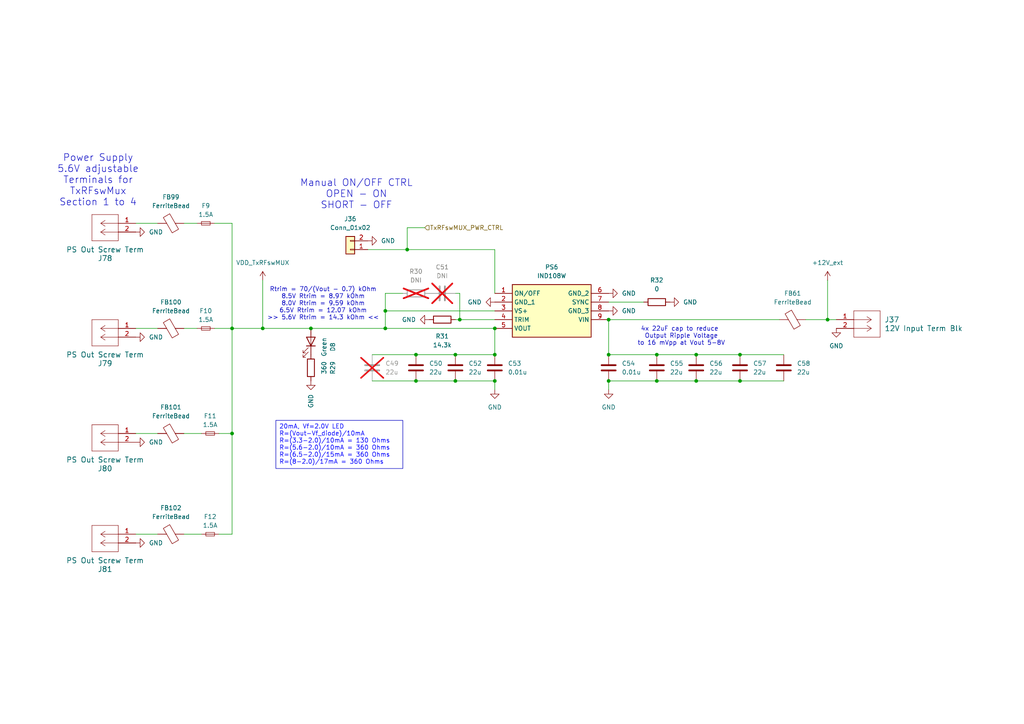
<source format=kicad_sch>
(kicad_sch (version 20231120) (generator "eeschema") (generator_version "8.0")
  (paper "A4")
  (title_block (title "PWR SPLY for TxRFswMUX") (date "2024-04-04") (rev "1.0"))
  (lib_symbols
    (symbol "BCRL_power_supply:IND108W"
      (property "Reference" "PS" (at 29.21 7.62 0))
      (property "Value" "IND108W" (at 29.21 5.08 0))
      (symbol "IND108W_1_1"
        (rectangle (start 5.08 2.54) (end 27.94 -12.7) (stroke (width 0.254)) (fill (type background)))
        (pin passive line (at 0 0 0) (length 5.08) (name "ON/OFF") (number "1"))
        (pin passive line (at 0 -2.54 0) (length 5.08) (name "GND_1") (number "2"))
        (pin passive line (at 0 -5.08 0) (length 5.08) (name "VS+") (number "3"))
        (pin passive line (at 0 -7.62 0) (length 5.08) (name "TRIM") (number "4"))
        (pin passive line (at 0 -10.16 0) (length 5.08) (name "VOUT") (number "5"))
        (pin passive line (at 33.02 0 180) (length 5.08) (name "GND_2") (number "6"))
        (pin passive line (at 33.02 -2.54 180) (length 5.08) (name "SYNC") (number "7"))
        (pin passive line (at 33.02 -5.08 180) (length 5.08) (name "GND_3") (number "8"))
        (pin passive line (at 33.02 -7.62 180) (length 5.08) (name "VIN") (number "9"))
      )
    )
    (symbol "BCRL_power_supply:OSTVN02A150" (pin_names (offset 0.254) hide)
      (property "Reference" "J" (at 8.89 6.35 0))
      (property "Value" "OSTVN02A150" (at 5.08 -6.35 0))
      (symbol "OSTVN02A150_1_1"
        (polyline (pts (xy 5.08 -5.08) (xy 12.7 -5.08)) (stroke (width 0.127)))
        (polyline (pts (xy 5.08 2.54) (xy 5.08 -5.08)) (stroke (width 0.127)))
        (polyline (pts (xy 10.16 -2.54) (xy 5.08 -2.54)) (stroke (width 0.127)))
        (polyline (pts (xy 10.16 -2.54) (xy 8.89 -3.3867)) (stroke (width 0.127)))
        (polyline (pts (xy 10.16 -2.54) (xy 8.89 -1.6933)) (stroke (width 0.127)))
        (polyline (pts (xy 10.16 0) (xy 5.08 0)) (stroke (width 0.127)))
        (polyline (pts (xy 10.16 0) (xy 8.89 -0.8467)) (stroke (width 0.127)))
        (polyline (pts (xy 10.16 0) (xy 8.89 0.8467)) (stroke (width 0.127)))
        (polyline (pts (xy 12.7 -5.08) (xy 12.7 2.54)) (stroke (width 0.127)))
        (polyline (pts (xy 12.7 2.54) (xy 5.08 2.54)) (stroke (width 0.127)))
        (pin unspecified line (at 0 0 0) (length 5.08) (name "1") (number "1"))
        (pin unspecified line (at 0 -2.54 0) (length 5.08) (name "2") (number "2"))
      )
      (symbol "OSTVN02A150_1_2"
        (polyline (pts (xy 5.08 -5.08) (xy 12.7 -5.08)) (stroke (width 0.127)))
        (polyline (pts (xy 5.08 2.54) (xy 5.08 -5.08)) (stroke (width 0.127)))
        (polyline (pts (xy 7.62 -2.54) (xy 5.08 -2.54)) (stroke (width 0.127)))
        (polyline (pts (xy 7.62 -2.54) (xy 8.89 -3.3867)) (stroke (width 0.127)))
        (polyline (pts (xy 7.62 -2.54) (xy 8.89 -1.6933)) (stroke (width 0.127)))
        (polyline (pts (xy 7.62 0) (xy 5.08 0)) (stroke (width 0.127)))
        (polyline (pts (xy 7.62 0) (xy 8.89 -0.8467)) (stroke (width 0.127)))
        (polyline (pts (xy 7.62 0) (xy 8.89 0.8467)) (stroke (width 0.127)))
        (polyline (pts (xy 12.7 -5.08) (xy 12.7 2.54)) (stroke (width 0.127)))
        (polyline (pts (xy 12.7 2.54) (xy 5.08 2.54)) (stroke (width 0.127)))
        (pin unspecified line (at 0 0 0) (length 5.08) (name "1") (number "1"))
        (pin unspecified line (at 0 -2.54 0) (length 5.08) (name "2") (number "2"))
      )
    )
    (symbol "C_1" (pin_numbers hide) (pin_names (offset 0.254) hide)
      (property "Reference" "C" (at 0.635 2.54 0))
      (property "Value" "C" (at 0.635 -2.54 0))
      (symbol "C_1_0_1"
        (polyline (pts (xy -2.032 -0.762) (xy 2.032 -0.762)) (stroke (width 0.508)))
        (polyline (pts (xy -2.032 0.762) (xy 2.032 0.762)) (stroke (width 0.508)))
      )
      (symbol "C_1_1_1"
        (pin passive line (at 0 3.81 270) (length 2.794) (name "~") (number "1"))
        (pin passive line (at 0 -3.81 90) (length 2.794) (name "~") (number "2"))
      )
    )
    (symbol "Connector_Generic:Conn_01x02" (pin_names (offset 1.016) hide)
      (property "Reference" "J" (at 0 2.54 0))
      (property "Value" "Conn_01x02" (at 0 -5.08 0))
      (symbol "Conn_01x02_1_1"
        (rectangle (start -1.27 -2.413) (end 0 -2.667) (stroke (width 0.1524)))
        (rectangle (start -1.27 0.127) (end 0 -0.127) (stroke (width 0.1524)))
        (rectangle (start -1.27 1.27) (end 1.27 -3.81) (stroke (width 0.254)) (fill (type background)))
        (pin passive line (at -5.08 0 0) (length 3.81) (name "Pin_1") (number "1"))
        (pin passive line (at -5.08 -2.54 0) (length 3.81) (name "Pin_2") (number "2"))
      )
    )
    (symbol "Device:C" (pin_numbers hide) (pin_names (offset 0.254))
      (property "Reference" "C" (at 0.635 2.54 0))
      (property "Value" "C" (at 0.635 -2.54 0))
      (symbol "C_0_1"
        (polyline (pts (xy -2.032 -0.762) (xy 2.032 -0.762)) (stroke (width 0.508)))
        (polyline (pts (xy -2.032 0.762) (xy 2.032 0.762)) (stroke (width 0.508)))
      )
      (symbol "C_1_1"
        (pin passive line (at 0 3.81 270) (length 2.794) (name "~") (number "1"))
        (pin passive line (at 0 -3.81 90) (length 2.794) (name "~") (number "2"))
      )
    )
    (symbol "Device:FerriteBead" (pin_numbers hide) (pin_names (offset 0))
      (property "Reference" "FB" (at -3.81 0.635 90))
      (property "Value" "FerriteBead" (at 3.81 0 90))
      (symbol "FerriteBead_0_1"
        (polyline (pts (xy 0 -1.27) (xy 0 -1.2192)))
        (polyline (pts (xy 0 1.27) (xy 0 1.2954)))
        (polyline (pts (xy -2.7686 0.4064) (xy -1.7018 2.2606) (xy 2.7686 -0.3048) (xy 1.6764 -2.159) (xy -2.7686 0.4064)))
      )
      (symbol "FerriteBead_1_1"
        (pin passive line (at 0 3.81 270) (length 2.54) (name "~") (number "1"))
        (pin passive line (at 0 -3.81 90) (length 2.54) (name "~") (number "2"))
      )
    )
    (symbol "Device:Fuse_Small" (pin_numbers hide) (pin_names (offset 0.254) hide)
      (property "Reference" "F" (at 0 -1.524 0))
      (property "Value" "Fuse_Small" (at 0 1.524 0))
      (symbol "Fuse_Small_0_1"
        (rectangle (start -1.27 0.508) (end 1.27 -0.508))
        (polyline (pts (xy -1.27 0) (xy 1.27 0)))
      )
      (symbol "Fuse_Small_1_1"
        (pin passive line (at -2.54 0 0) (length 1.27) (name "~") (number "1"))
        (pin passive line (at 2.54 0 180) (length 1.27) (name "~") (number "2"))
      )
    )
    (symbol "Device:LED" (pin_numbers hide) (pin_names (offset 1.016) hide)
      (property "Reference" "D" (at 0 2.54 0))
      (property "Value" "LED" (at 0 -2.54 0))
      (symbol "LED_0_1"
        (polyline (pts (xy -1.27 -1.27) (xy -1.27 1.27)) (stroke (width 0.254)))
        (polyline (pts (xy -1.27 0) (xy 1.27 0)))
        (polyline (pts (xy 1.27 -1.27) (xy 1.27 1.27) (xy -1.27 0) (xy 1.27 -1.27)) (stroke (width 0.254)))
        (polyline (pts (xy -3.048 -0.762) (xy -4.572 -2.286) (xy -3.81 -2.286) (xy -4.572 -2.286) (xy -4.572 -1.524)))
        (polyline (pts (xy -1.778 -0.762) (xy -3.302 -2.286) (xy -2.54 -2.286) (xy -3.302 -2.286) (xy -3.302 -1.524)))
      )
      (symbol "LED_1_1"
        (pin passive line (at -3.81 0 0) (length 2.54) (name "K") (number "1"))
        (pin passive line (at 3.81 0 180) (length 2.54) (name "A") (number "2"))
      )
    )
    (symbol "Device:R" (pin_numbers hide) (pin_names (offset 0))
      (property "Reference" "R" (at 2.032 0 90))
      (property "Value" "R" (at 0 0 90))
      (symbol "R_0_1"
        (rectangle (start -1.016 -2.54) (end 1.016 2.54) (stroke (width 0.254)))
      )
      (symbol "R_1_1"
        (pin passive line (at 0 3.81 270) (length 1.27) (name "~") (number "1"))
        (pin passive line (at 0 -3.81 90) (length 1.27) (name "~") (number "2"))
      )
    )
    (symbol "GND_1" (power) (pin_numbers hide) (pin_names (offset 0) hide)
      (property "Value" "GND" (at 0 -3.81 0))
      (symbol "GND_1_0_1"
        (polyline (pts (xy 0 0) (xy 0 -1.27) (xy 1.27 -1.27) (xy 0 -2.54) (xy -1.27 -1.27) (xy 0 -1.27)))
      )
      (symbol "GND_1_1_1"
        (pin power_in line (at 0 0 270) (length 0) hide (name "GND") (number "1"))
      )
    )
    (symbol "GND_2" (power) (pin_numbers hide) (pin_names (offset 0) hide)
      (property "Value" "GND" (at 0 -3.81 0))
      (symbol "GND_2_0_1"
        (polyline (pts (xy 0 0) (xy 0 -1.27) (xy 1.27 -1.27) (xy 0 -2.54) (xy -1.27 -1.27) (xy 0 -1.27)))
      )
      (symbol "GND_2_1_1"
        (pin power_in line (at 0 0 270) (length 0) hide (name "GND") (number "1"))
      )
    )
    (symbol "GND_3" (power) (pin_numbers hide) (pin_names (offset 0) hide)
      (property "Value" "GND" (at 0 -3.81 0))
      (symbol "GND_3_0_1"
        (polyline (pts (xy 0 0) (xy 0 -1.27) (xy 1.27 -1.27) (xy 0 -2.54) (xy -1.27 -1.27) (xy 0 -1.27)))
      )
      (symbol "GND_3_1_1"
        (pin power_in line (at 0 0 270) (length 0) hide (name "GND") (number "1"))
      )
    )
    (symbol "GND_4" (power) (pin_numbers hide) (pin_names (offset 0) hide)
      (property "Value" "GND" (at 0 -3.81 0))
      (symbol "GND_4_0_1"
        (polyline (pts (xy 0 0) (xy 0 -1.27) (xy 1.27 -1.27) (xy 0 -2.54) (xy -1.27 -1.27) (xy 0 -1.27)))
      )
      (symbol "GND_4_1_1"
        (pin power_in line (at 0 0 270) (length 0) hide (name "GND") (number "1"))
      )
    )
    (symbol "GND_5" (power) (pin_numbers hide) (pin_names (offset 0) hide)
      (property "Value" "GND" (at 0 -3.81 0))
      (symbol "GND_5_0_1"
        (polyline (pts (xy 0 0) (xy 0 -1.27) (xy 1.27 -1.27) (xy 0 -2.54) (xy -1.27 -1.27) (xy 0 -1.27)))
      )
      (symbol "GND_5_1_1"
        (pin power_in line (at 0 0 270) (length 0) hide (name "GND") (number "1"))
      )
    )
    (symbol "power:+12V" (power) (pin_numbers hide) (pin_names (offset 0) hide)
      (property "Value" "+12V" (at 0 3.556 0))
      (symbol "+12V_0_1"
        (polyline (pts (xy -0.762 1.27) (xy 0 2.54)))
        (polyline (pts (xy 0 0) (xy 0 2.54)))
        (polyline (pts (xy 0 2.54) (xy 0.762 1.27)))
      )
      (symbol "+12V_1_1"
        (pin power_in line (at 0 0 90) (length 0) (name "~") (number "1"))
      )
    )
    (symbol "power:GND" (power) (pin_numbers hide) (pin_names (offset 0) hide)
      (property "Value" "GND" (at 0 -3.81 0))
      (symbol "GND_0_1"
        (polyline (pts (xy 0 0) (xy 0 -1.27) (xy 1.27 -1.27) (xy 0 -2.54) (xy -1.27 -1.27) (xy 0 -1.27)))
      )
      (symbol "GND_1_1"
        (pin power_in line (at 0 0 270) (length 0) hide (name "GND") (number "1"))
      )
    )
    (symbol "power:VDD" (power) (pin_numbers hide) (pin_names (offset 0) hide)
      (property "Value" "VDD" (at 0 3.556 0))
      (symbol "VDD_0_1"
        (polyline (pts (xy -0.762 1.27) (xy 0 2.54)))
        (polyline (pts (xy 0 0) (xy 0 2.54)))
        (polyline (pts (xy 0 2.54) (xy 0.762 1.27)))
      )
      (symbol "VDD_1_1"
        (pin power_in line (at 0 0 90) (length 0) (name "~") (number "1"))
      )
    )
  )
  (junction (at 120.65 110.49))
  (junction (at 143.51 110.49))
  (junction (at 90.17 95.25))
  (junction (at 67.31 95.25))
  (junction (at 143.51 102.87))
  (junction (at 111.76 90.17))
  (junction (at 190.5 102.87))
  (junction (at 67.31 125.73))
  (junction (at 214.63 110.49))
  (junction (at 240.03 92.71))
  (junction (at 133.35 92.71))
  (junction (at 176.53 102.87))
  (junction (at 120.65 102.87))
  (junction (at 176.53 110.49))
  (junction (at 201.93 102.87))
  (junction (at 214.63 102.87))
  (junction (at 76.2 95.25))
  (junction (at 132.08 110.49))
  (junction (at 143.51 95.25))
  (junction (at 132.08 102.87))
  (junction (at 118.11 72.39))
  (junction (at 201.93 110.49))
  (junction (at 176.53 92.71))
  (junction (at 111.76 95.25))
  (junction (at 190.5 110.49))
  (wire (pts (xy 67.31 95.25) (xy 76.2 95.25)))
  (wire (pts (xy 143.51 95.25) (xy 143.51 102.87)))
  (wire (pts (xy 76.2 81.28) (xy 76.2 95.25)))
  (wire (pts (xy 133.35 92.71) (xy 143.51 92.71)))
  (wire (pts (xy 53.34 64.77) (xy 57.15 64.77)))
  (wire (pts (xy 63.5 154.94) (xy 67.31 154.94)))
  (wire (pts (xy 53.34 154.94) (xy 58.42 154.94)))
  (wire (pts (xy 39.37 64.77) (xy 45.72 64.77)))
  (wire (pts (xy 39.37 154.94) (xy 45.72 154.94)))
  (wire (pts (xy 111.76 85.09) (xy 111.76 90.17)))
  (wire (pts (xy 214.63 102.87) (xy 227.33 102.87)))
  (wire (pts (xy 143.51 72.39) (xy 143.51 85.09)))
  (wire (pts (xy 118.11 72.39) (xy 118.11 66.04)))
  (wire (pts (xy 176.53 102.87) (xy 190.5 102.87)))
  (wire (pts (xy 67.31 64.77) (xy 67.31 95.25)))
  (wire (pts (xy 53.34 95.25) (xy 57.15 95.25)))
  (wire (pts (xy 132.08 85.09) (xy 133.35 85.09)))
  (wire (pts (xy 62.23 95.25) (xy 67.31 95.25)))
  (wire (pts (xy 120.65 102.87) (xy 132.08 102.87)))
  (wire (pts (xy 120.65 110.49) (xy 132.08 110.49)))
  (wire (pts (xy 39.37 125.73) (xy 45.72 125.73)))
  (wire (pts (xy 118.11 66.04) (xy 123.19 66.04)))
  (wire (pts (xy 76.2 95.25) (xy 90.17 95.25)))
  (wire (pts (xy 53.34 125.73) (xy 58.42 125.73)))
  (wire (pts (xy 143.51 110.49) (xy 143.51 113.03)))
  (wire (pts (xy 176.53 92.71) (xy 226.06 92.71)))
  (wire (pts (xy 201.93 102.87) (xy 214.63 102.87)))
  (wire (pts (xy 90.17 95.25) (xy 111.76 95.25)))
  (wire (pts (xy 39.37 95.25) (xy 45.72 95.25)))
  (wire (pts (xy 240.03 81.28) (xy 240.03 92.71)))
  (wire (pts (xy 240.03 92.71) (xy 242.57 92.71)))
  (wire (pts (xy 176.53 110.49) (xy 190.5 110.49)))
  (wire (pts (xy 67.31 125.73) (xy 67.31 154.94)))
  (wire (pts (xy 201.93 110.49) (xy 214.63 110.49)))
  (wire (pts (xy 132.08 110.49) (xy 143.51 110.49)))
  (wire (pts (xy 132.08 102.87) (xy 143.51 102.87)))
  (wire (pts (xy 143.51 90.17) (xy 111.76 90.17)))
  (wire (pts (xy 214.63 110.49) (xy 227.33 110.49)))
  (wire (pts (xy 176.53 87.63) (xy 186.69 87.63)))
  (wire (pts (xy 176.53 92.71) (xy 176.53 102.87)))
  (wire (pts (xy 62.23 64.77) (xy 67.31 64.77)))
  (wire (pts (xy 233.68 92.71) (xy 240.03 92.71)))
  (wire (pts (xy 116.84 85.09) (xy 111.76 85.09)))
  (wire (pts (xy 190.5 102.87) (xy 201.93 102.87)))
  (wire (pts (xy 111.76 90.17) (xy 111.76 95.25)))
  (wire (pts (xy 107.95 110.49) (xy 120.65 110.49)))
  (wire (pts (xy 118.11 72.39) (xy 143.51 72.39)))
  (wire (pts (xy 111.76 95.25) (xy 143.51 95.25)))
  (wire (pts (xy 67.31 95.25) (xy 67.31 125.73)))
  (wire (pts (xy 132.08 92.71) (xy 133.35 92.71)))
  (wire (pts (xy 107.95 102.87) (xy 120.65 102.87)))
  (wire (pts (xy 133.35 85.09) (xy 133.35 92.71)))
  (wire (pts (xy 63.5 125.73) (xy 67.31 125.73)))
  (wire (pts (xy 176.53 110.49) (xy 176.53 113.03)))
  (wire (pts (xy 190.5 110.49) (xy 201.93 110.49)))
  (wire (pts (xy 106.68 72.39) (xy 118.11 72.39)))
  (text_box "20mA, Vf=2.0V LED \nR=(Vout-Vf_diode)/10mA \nR=(3.3-2.0)/10mA = 130 Ohms  \nR=(5.6-2.0)/10mA = 360 Ohms  \nR=(6.5-2.0)/15mA = 360 Ohms  \nR=(8-2.0)/17mA = 360 Ohms  \n" (at 80.01 121.92 0) (size 36.83 13.97) (effects (font (size 1.27 1.27)) (justify left top)))
  (text "4x 22uF cap to reduce \nOutput Ripple Voltage\nto 16 mVpp at Vout 5-8V" (at 197.612 97.536 0) (effects (font (size 1.27 1.27))))
  (text "Manual ON/OFF CTRL\nOPEN - ON\nSHORT - OFF" (at 103.378 56.388 0) (effects (font (size 2 2))))
  (text "Power Supply\n5.6V adjustable\nTerminals for\nTxRFswMux\nSection 1 to 4" (at 28.448 52.324 0) (effects (font (size 2 2))))
  (text "Rtrim = 70/(Vout - 0.7) kOhm\n8.5V Rtrim = 8.97 kOhm\n8.0V Rtrim = 9.59 kOhm\n6.5V Rtrim = 12.07 kOhm\n>> 5.6V Rtrim = 14.3 kOhm <<\n\n\n" (at 93.726 90.17 0) (effects (font (size 1.27 1.27))))
  (hierarchical_label "TxRFswMUX_PWR_CTRL" (shape input) (at 123.19 66.04 0))
  (symbol (lib_name "GND_4") (lib_id "power:GND") (at 39.37 128.27 90) (mirror x) (unit 1)
    (property "Reference" "#PWR0321" (effects (hide yes)))
    (property "Value" "GND" (at 43.18 128.27 90) (effects (justify right)))
  )
  (symbol (lib_name "C_1") (lib_id "Device:C") (at 128.27 85.09 270) (mirror x) (unit 1) (in_bom no) (dnp yes)
    (property "Reference" "C51" (at 128.27 77.47 90))
    (property "Value" "DNI" (at 128.27 80.01 90))
    (property "Footprint" "Capacitor_SMD:C_0603_1608Metric" (effects (hide yes)))
    (property "Description" "Ctune" (effects (hide yes)))
  )
  (symbol (lib_id "power:GND") (at 242.57 95.25 0) (mirror y) (unit 1)
    (property "Reference" "#PWR0178" (effects (hide yes)))
    (property "Value" "GND" (at 242.57 100.33 0))
  )
  (symbol (lib_id "Device:C") (at 227.33 106.68 0) (unit 1)
    (property "Reference" "C58" (at 231.14 105.4099 0) (effects (justify left)))
    (property "Value" "22u" (at 231.14 107.9499 0) (effects (justify left)))
    (property "Footprint" "BCRL_power_supply:CAPC2012X145N" (effects (hide yes)))
    (property "Datasheet" "https://www.mouser.ca/datasheet/2/281/1/GRM21BR61E226ME44_01A-1986898.pdf" (effects (hide yes)))
    (property "Description" "22 uF 25V " (effects (hide yes)))
    (property "PN" "GRM21BR61E226ME44L" (effects (hide yes)))
    (property "Mfr" "Murata" (effects (hide yes)))
  )
  (symbol (lib_id "Device:FerriteBead") (at 49.53 64.77 270) (mirror x) (unit 1)
    (property "Reference" "FB99" (at 49.5808 57.15 90))
    (property "Value" "FerriteBead" (at 49.5808 59.69 90))
    (property "Footprint" "BCRL_power_supply:BEADC1005X55N" (effects (hide yes)))
    (property "Datasheet" "https://product.tdk.com/system/files/dam/doc/product/emc/emc/suppression-filter/catalog/suppression-filter_commercial_maf1005p_en.pdf" (effects (hide yes)))
    (property "Description" "Ferrite bead 9 mOhm 6A" (effects (hide yes)))
    (property "PN" "MAF1005PAD120CT000" (effects (hide yes)))
    (property "Mfr" "TDK" (effects (hide yes)))
  )
  (symbol (lib_id "Device:C") (at 201.93 106.68 0) (unit 1)
    (property "Reference" "C56" (at 205.74 105.4099 0) (effects (justify left)))
    (property "Value" "22u" (at 205.74 107.9499 0) (effects (justify left)))
    (property "Footprint" "BCRL_power_supply:CAPC2012X145N" (effects (hide yes)))
    (property "Datasheet" "https://www.mouser.ca/datasheet/2/281/1/GRM21BR61E226ME44_01A-1986898.pdf" (effects (hide yes)))
    (property "Description" "22 uF 25V " (effects (hide yes)))
    (property "PN" "GRM21BR61E226ME44L" (effects (hide yes)))
    (property "Mfr" "Murata" (effects (hide yes)))
  )
  (symbol (lib_id "Device:FerriteBead") (at 49.53 95.25 270) (mirror x) (unit 1)
    (property "Reference" "FB100" (at 49.5808 87.63 90))
    (property "Value" "FerriteBead" (at 49.5808 90.17 90))
    (property "Footprint" "BCRL_power_supply:BEADC1005X55N" (effects (hide yes)))
    (property "Datasheet" "https://product.tdk.com/system/files/dam/doc/product/emc/emc/suppression-filter/catalog/suppression-filter_commercial_maf1005p_en.pdf" (effects (hide yes)))
    (property "Description" "Ferrite bead 9 mOhm 6A" (effects (hide yes)))
    (property "PN" "MAF1005PAD120CT000" (effects (hide yes)))
    (property "Mfr" "TDK" (effects (hide yes)))
  )
  (symbol (lib_id "BCRL_power_supply:IND108W") (at 143.51 85.09 0) (unit 1)
    (property "Reference" "PS6" (at 160.02 77.47 0))
    (property "Value" "IND108W" (at 160.02 80.01 0))
    (property "Footprint" "BCRL_power_supply:IND108W" (effects (hide yes)))
    (property "Datasheet" "https://www.omnionpower.com/assets/pdfs/windchill/data-sheet/ind108w_ds.pdf?nocache=1710831926" (effects (hide yes)))
    (property "Description" "DC/DC 12Vin 3-9V 108W 12A" (effects (hide yes)))
    (property "Height" "10" (effects (hide yes)))
    (property "Manufacturer_Name" "OmniOn Power" (effects (hide yes)))
    (property "Manufacturer_Part_Number" "IND108W" (effects (hide yes)))
    (property "Mfr" "GE" (effects (hide yes)))
    (property "PN" "IND108W" (effects (hide yes)))
  )
  (symbol (lib_name "GND_4") (lib_id "power:GND") (at 39.37 67.31 90) (mirror x) (unit 1)
    (property "Reference" "#PWR0319" (effects (hide yes)))
    (property "Value" "GND" (at 43.18 67.31 90) (effects (justify right)))
  )
  (symbol (lib_id "Device:R") (at 190.5 87.63 270) (mirror x) (unit 1)
    (property "Reference" "R32" (at 190.5 81.28 90))
    (property "Value" "0" (at 190.5 83.82 90))
    (property "Footprint" "BCRL_power_supply:RESC1608X55N" (effects (hide yes)))
    (property "Datasheet" "https://www.vishay.com/docs/20035/dcrcwe3.pdf" (effects (hide yes)))
    (property "Description" "1/10 W" (effects (hide yes)))
    (property "PN" "CRCW06030000Z0EAHP" (effects (hide yes)))
    (property "Mfr" "Vishay" (effects (hide yes)))
  )
  (symbol (lib_id "Device:FerriteBead") (at 49.53 154.94 270) (mirror x) (unit 1)
    (property "Reference" "FB102" (at 49.5808 147.32 90))
    (property "Value" "FerriteBead" (at 49.5808 149.86 90))
    (property "Footprint" "BCRL_power_supply:BEADC1005X55N" (effects (hide yes)))
    (property "Datasheet" "https://product.tdk.com/system/files/dam/doc/product/emc/emc/suppression-filter/catalog/suppression-filter_commercial_maf1005p_en.pdf" (effects (hide yes)))
    (property "Description" "Ferrite bead 9 mOhm 6A" (effects (hide yes)))
    (property "PN" "MAF1005PAD120CT000" (effects (hide yes)))
    (property "Mfr" "TDK" (effects (hide yes)))
  )
  (symbol (lib_id "Device:R") (at 90.17 106.68 0) (mirror x) (unit 1)
    (property "Reference" "R29" (at 96.52 106.68 90))
    (property "Value" "360" (at 93.98 106.68 90))
    (property "Footprint" "BCRL_power_supply:RESC1608X50N" (effects (hide yes)))
    (property "Datasheet" "https://www.vishay.com/docs/20035/dcrcwe3.pdf" (effects (hide yes)))
    (property "Description" "1/10 W" (effects (hide yes)))
    (property "PN" "CRCW0603360RJNEA" (effects (hide yes)))
    (property "Mfr" "Vishay" (effects (hide yes)))
  )
  (symbol (lib_id "Device:Fuse_Small") (at 59.69 64.77 0) (unit 1)
    (property "Reference" "F9" (at 59.69 59.69 0))
    (property "Value" "1.5A" (at 59.69 62.23 0))
    (property "Footprint" "BCRL_power_supply:ERBRE0R50V" (effects (hide yes)))
    (property "Datasheet" "https://www.mouser.ca/datasheet/2/315/AFA0000C7-1025982.pdf" (effects (hide yes)))
    (property "Description" "SMD Fuse 0603" (effects (hide yes)))
    (property "PN" "ERB-RE1R50V" (effects (hide yes)))
    (property "Mfr" "Panasonic" (effects (hide yes)))
  )
  (symbol (lib_id "Device:LED") (at 90.17 99.06 270) (mirror x) (unit 1)
    (property "Reference" "D8" (at 96.52 100.6475 0))
    (property "Value" "Green" (at 93.98 100.6475 0))
    (property "Footprint" "BCRL_power_supply:LEDC1608X80N" (effects (hide yes)))
    (property "Datasheet" "https://www.we-online.com/catalog/datasheet/150060VS75000.pdf" (effects (hide yes)))
    (property "Description" "LED green 20mA Vf=2V" (effects (hide yes)))
    (property "PN" "150060VS75000" (effects (hide yes)))
    (property "Mfr" "Wurth Elektronik" (effects (hide yes)))
  )
  (symbol (lib_id "BCRL_power_supply:OSTVN02A150") (at 242.57 92.71 0) (unit 1)
    (property "Reference" "J37" (at 256.54 92.71 0) (effects (font (size 1.524 1.524)) (justify left)))
    (property "Value" "12V Input Term Blk" (at 256.54 95.25 0) (effects (font (size 1.524 1.524)) (justify left)))
    (property "Footprint" "BCRL_power_supply:CONN_OSTVN02A150_OST" (effects (hide yes)))
    (property "Datasheet" "https://mm.digikey.com/Volume0/opasdata/d220001/medias/docus/1123/OSTVNXXA150.pdf" (effects (hide yes)))
    (property "Description" "2 Screw Terminal" (effects (hide yes)))
    (property "PN" "OSTVN02A150" (effects (hide yes)))
    (property "Mfr" "On Shore Technology Inc." (effects (hide yes)))
  )
  (symbol (lib_id "Device:FerriteBead") (at 229.87 92.71 270) (mirror x) (unit 1)
    (property "Reference" "FB61" (at 229.9208 85.09 90))
    (property "Value" "FerriteBead" (at 229.9208 87.63 90))
    (property "Footprint" "BCRL_power_supply:BEADC1005X55N" (effects (hide yes)))
    (property "Datasheet" "https://product.tdk.com/system/files/dam/doc/product/emc/emc/suppression-filter/catalog/suppression-filter_commercial_maf1005p_en.pdf" (effects (hide yes)))
    (property "Description" "Ferrite bead 9 mOhm 6A" (effects (hide yes)))
    (property "PN" "MAF1005PAD120CT000" (effects (hide yes)))
    (property "Mfr" "TDK" (effects (hide yes)))
  )
  (symbol (lib_id "Device:FerriteBead") (at 49.53 125.73 270) (mirror x) (unit 1)
    (property "Reference" "FB101" (at 49.5808 118.11 90))
    (property "Value" "FerriteBead" (at 49.5808 120.65 90))
    (property "Footprint" "BCRL_power_supply:BEADC1005X55N" (effects (hide yes)))
    (property "Datasheet" "https://product.tdk.com/system/files/dam/doc/product/emc/emc/suppression-filter/catalog/suppression-filter_commercial_maf1005p_en.pdf" (effects (hide yes)))
    (property "Description" "Ferrite bead 9 mOhm 6A" (effects (hide yes)))
    (property "PN" "MAF1005PAD120CT000" (effects (hide yes)))
    (property "Mfr" "TDK" (effects (hide yes)))
  )
  (symbol (lib_id "BCRL_power_supply:OSTVN02A150") (at 39.37 95.25 0) (mirror y) (unit 1)
    (property "Reference" "J79" (at 30.48 105.41 0) (effects (font (size 1.524 1.524))))
    (property "Value" "PS Out Screw Term" (at 30.48 102.87 0) (effects (font (size 1.524 1.524))))
    (property "Footprint" "BCRL_power_supply:CONN_OSTVN02A150_OST" (effects (hide yes)))
    (property "Datasheet" "https://mm.digikey.com/Volume0/opasdata/d220001/medias/docus/1123/OSTVNXXA150.pdf" (effects (hide yes)))
    (property "Description" "2 Screw Terminal" (effects (hide yes)))
    (property "PN" "OSTVN02A150" (effects (hide yes)))
    (property "Mfr" "On Shore Technology Inc." (effects (hide yes)))
  )
  (symbol (lib_id "Device:C") (at 190.5 106.68 0) (unit 1)
    (property "Reference" "C55" (at 194.31 105.4099 0) (effects (justify left)))
    (property "Value" "22u" (at 194.31 107.9499 0) (effects (justify left)))
    (property "Footprint" "BCRL_power_supply:CAPC2012X145N" (effects (hide yes)))
    (property "Datasheet" "https://www.mouser.ca/datasheet/2/281/1/GRM21BR61E226ME44_01A-1986898.pdf" (effects (hide yes)))
    (property "Description" "22 uF 25V " (effects (hide yes)))
    (property "PN" "GRM21BR61E226ME44L" (effects (hide yes)))
    (property "Mfr" "Murata" (effects (hide yes)))
  )
  (symbol (lib_id "BCRL_power_supply:OSTVN02A150") (at 39.37 125.73 0) (mirror y) (unit 1)
    (property "Reference" "J80" (at 30.48 135.89 0) (effects (font (size 1.524 1.524))))
    (property "Value" "PS Out Screw Term" (at 30.48 133.35 0) (effects (font (size 1.524 1.524))))
    (property "Footprint" "BCRL_power_supply:CONN_OSTVN02A150_OST" (effects (hide yes)))
    (property "Datasheet" "https://mm.digikey.com/Volume0/opasdata/d220001/medias/docus/1123/OSTVNXXA150.pdf" (effects (hide yes)))
    (property "Description" "2 Screw Terminal" (effects (hide yes)))
    (property "PN" "OSTVN02A150" (effects (hide yes)))
    (property "Mfr" "On Shore Technology Inc." (effects (hide yes)))
  )
  (symbol (lib_name "GND_3") (lib_id "power:GND") (at 176.53 90.17 90) (mirror x) (unit 1)
    (property "Reference" "#PWR0175" (effects (hide yes)))
    (property "Value" "GND" (at 180.34 90.1699 90) (effects (justify right)))
  )
  (symbol (lib_id "Device:Fuse_Small") (at 60.96 154.94 0) (unit 1)
    (property "Reference" "F12" (at 60.96 149.86 0))
    (property "Value" "1.5A" (at 60.96 152.4 0))
    (property "Footprint" "BCRL_power_supply:ERBRE0R50V" (effects (hide yes)))
    (property "Datasheet" "https://www.mouser.ca/datasheet/2/315/AFA0000C7-1025982.pdf" (effects (hide yes)))
    (property "Description" "SMD Fuse 0603" (effects (hide yes)))
    (property "PN" "ERB-RE1R50V" (effects (hide yes)))
    (property "Mfr" "Panasonic" (effects (hide yes)))
  )
  (symbol (lib_id "Device:R") (at 128.27 92.71 90) (mirror x) (unit 1)
    (property "Reference" "R31" (at 128.27 97.536 90))
    (property "Value" "14.3k" (at 128.27 100.076 90))
    (property "Footprint" "BCRL_power_supply:RESC1608X50N" (effects (hide yes)))
    (property "Description" "1/10 W" (effects (hide yes)))
    (property "PN" "CRCW060314K3FKEA" (effects (hide yes)))
    (property "Mfr" "Vishay" (effects (hide yes)))
  )
  (symbol (lib_id "Connector_Generic:Conn_01x02") (at 101.6 72.39 180) (unit 1)
    (property "Reference" "J36" (at 101.6 63.5 0))
    (property "Value" "Conn_01x02" (at 101.6 66.04 0))
    (property "Footprint" "BCRL_power_supply:M20-8770242" (effects (hide yes)))
    (property "Datasheet" "https://www.mouser.ca/datasheet/2/181/M20-877-1133516.pdf" (effects (hide yes)))
    (property "Description" "1x2 pin Header SMT, Vertical " (effects (hide yes)))
    (property "PN" "M20-8770242" (effects (hide yes)))
    (property "Mfr" "Harwin" (effects (hide yes)))
  )
  (symbol (lib_name "GND_2") (lib_id "power:GND") (at 194.31 87.63 90) (mirror x) (unit 1)
    (property "Reference" "#PWR0177" (effects (hide yes)))
    (property "Value" "GND" (at 198.12 87.6299 90) (effects (justify right)))
  )
  (symbol (lib_id "Device:C") (at 176.53 106.68 0) (unit 1)
    (property "Reference" "C54" (at 180.34 105.4099 0) (effects (justify left)))
    (property "Value" "0.01u" (at 180.34 107.9499 0) (effects (justify left)))
    (property "Footprint" "BCRL_power_supply:CAPC1608X90N" (effects (hide yes)))
    (property "Datasheet" "https://www.mouser.ca/datasheet/2/281/1/GRM1885C1E103JA01_01A-1984693.pdf" (effects (hide yes)))
    (property "Description" "0.01 uF 25V" (effects (hide yes)))
    (property "PN" "GRM1885C1E103JA01D" (effects (hide yes)))
    (property "Mfr" "Murata" (effects (hide yes)))
  )
  (symbol (lib_name "GND_4") (lib_id "power:GND") (at 39.37 157.48 90) (mirror x) (unit 1)
    (property "Reference" "#PWR0322" (effects (hide yes)))
    (property "Value" "GND" (at 43.18 157.48 90) (effects (justify right)))
  )
  (symbol (lib_id "Device:C") (at 107.95 106.68 0) (unit 1) (in_bom no) (dnp yes)
    (property "Reference" "C49" (at 111.76 105.4099 0) (effects (justify left)))
    (property "Value" "22u" (at 111.76 107.9499 0) (effects (justify left)))
    (property "Footprint" "BCRL_power_supply:CAPC2012X145N" (effects (hide yes)))
    (property "Datasheet" "https://www.mouser.ca/datasheet/2/281/1/GRM21BR61E226ME44_01A-1986898.pdf" (effects (hide yes)))
    (property "Description" "22 uF 25V " (effects (hide yes)))
    (property "PN" "GRM21BR61E226ME44L" (effects (hide yes)))
    (property "Mfr" "Murata" (effects (hide yes)))
  )
  (symbol (lib_id "power:GND") (at 90.17 110.49 0) (mirror y) (unit 1)
    (property "Reference" "#PWR0169" (effects (hide yes)))
    (property "Value" "GND" (at 90.17 114.3 90) (effects (justify right)))
  )
  (symbol (lib_id "Device:C") (at 132.08 106.68 0) (unit 1)
    (property "Reference" "C52" (at 135.89 105.4099 0) (effects (justify left)))
    (property "Value" "22u" (at 135.89 107.9499 0) (effects (justify left)))
    (property "Footprint" "BCRL_power_supply:CAPC2012X145N" (effects (hide yes)))
    (property "Datasheet" "https://www.mouser.ca/datasheet/2/281/1/GRM21BR61E226ME44_01A-1986898.pdf" (effects (hide yes)))
    (property "Description" "22 uF 25V " (effects (hide yes)))
    (property "PN" "GRM21BR61E226ME44L" (effects (hide yes)))
    (property "Mfr" "Murata" (effects (hide yes)))
  )
  (symbol (lib_id "BCRL_power_supply:OSTVN02A150") (at 39.37 64.77 0) (mirror y) (unit 1)
    (property "Reference" "J78" (at 30.48 74.93 0) (effects (font (size 1.524 1.524))))
    (property "Value" "PS Out Screw Term" (at 30.48 72.39 0) (effects (font (size 1.524 1.524))))
    (property "Footprint" "BCRL_power_supply:CONN_OSTVN02A150_OST" (effects (hide yes)))
    (property "Datasheet" "https://mm.digikey.com/Volume0/opasdata/d220001/medias/docus/1123/OSTVNXXA150.pdf" (effects (hide yes)))
    (property "Description" "2 Screw Terminal" (effects (hide yes)))
    (property "PN" "OSTVN02A150" (effects (hide yes)))
    (property "Mfr" "On Shore Technology Inc." (effects (hide yes)))
  )
  (symbol (lib_id "Device:C") (at 120.65 106.68 0) (unit 1)
    (property "Reference" "C50" (at 124.46 105.4099 0) (effects (justify left)))
    (property "Value" "22u" (at 124.46 107.9499 0) (effects (justify left)))
    (property "Footprint" "BCRL_power_supply:CAPC2012X145N" (effects (hide yes)))
    (property "Datasheet" "https://www.mouser.ca/datasheet/2/281/1/GRM21BR61E226ME44_01A-1986898.pdf" (effects (hide yes)))
    (property "Description" "22 uF 25V " (effects (hide yes)))
    (property "PN" "GRM21BR61E226ME44L" (effects (hide yes)))
    (property "Mfr" "Murata" (effects (hide yes)))
  )
  (symbol (lib_name "GND_4") (lib_id "power:GND") (at 143.51 87.63 270) (mirror x) (unit 1)
    (property "Reference" "#PWR0172" (effects (hide yes)))
    (property "Value" "GND" (at 139.7 87.6299 90) (effects (justify right)))
  )
  (symbol (lib_id "BCRL_power_supply:OSTVN02A150") (at 39.37 154.94 0) (mirror y) (unit 1)
    (property "Reference" "J81" (at 30.48 165.1 0) (effects (font (size 1.524 1.524))))
    (property "Value" "PS Out Screw Term" (at 30.48 162.56 0) (effects (font (size 1.524 1.524))))
    (property "Footprint" "BCRL_power_supply:CONN_OSTVN02A150_OST" (effects (hide yes)))
    (property "Datasheet" "https://mm.digikey.com/Volume0/opasdata/d220001/medias/docus/1123/OSTVNXXA150.pdf" (effects (hide yes)))
    (property "Description" "2 Screw Terminal" (effects (hide yes)))
    (property "PN" "OSTVN02A150" (effects (hide yes)))
    (property "Mfr" "On Shore Technology Inc." (effects (hide yes)))
  )
  (symbol (lib_id "Device:Fuse_Small") (at 59.69 95.25 0) (unit 1)
    (property "Reference" "F10" (at 59.69 90.17 0))
    (property "Value" "1.5A" (at 59.69 92.71 0))
    (property "Footprint" "BCRL_power_supply:ERBRE0R50V" (effects (hide yes)))
    (property "Datasheet" "https://www.mouser.ca/datasheet/2/315/AFA0000C7-1025982.pdf" (effects (hide yes)))
    (property "Description" "SMD Fuse 0603" (effects (hide yes)))
    (property "PN" "ERB-RE1R50V" (effects (hide yes)))
    (property "Mfr" "Panasonic" (effects (hide yes)))
  )
  (symbol (lib_id "Device:R") (at 120.65 85.09 90) (unit 1) (in_bom no) (dnp yes)
    (property "Reference" "R30" (at 120.65 78.74 90))
    (property "Value" "DNI" (at 120.65 81.28 90))
    (property "Footprint" "Resistor_SMD:R_0603_1608Metric" (effects (hide yes)))
    (property "Description" "Rtune" (effects (hide yes)))
  )
  (symbol (lib_id "Device:C") (at 143.51 106.68 0) (unit 1)
    (property "Reference" "C53" (at 147.32 105.4099 0) (effects (justify left)))
    (property "Value" "0.01u" (at 147.32 107.9499 0) (effects (justify left)))
    (property "Footprint" "BCRL_power_supply:CAPC1608X90N" (effects (hide yes)))
    (property "Datasheet" "https://www.mouser.ca/datasheet/2/281/1/GRM1885C1E103JA01_01A-1984693.pdf" (effects (hide yes)))
    (property "Description" "0.01 uF 25V" (effects (hide yes)))
    (property "PN" "GRM1885C1E103JA01D" (effects (hide yes)))
    (property "Mfr" "Murata" (effects (hide yes)))
  )
  (symbol (lib_id "power:GND") (at 176.53 113.03 0) (mirror y) (unit 1)
    (property "Reference" "#PWR0176" (effects (hide yes)))
    (property "Value" "GND" (at 176.53 118.11 0))
  )
  (symbol (lib_id "power:VDD") (at 76.2 81.28 0) (unit 1)
    (property "Reference" "#PWR0168" (effects (hide yes)))
    (property "Value" "VDD_TxRFswMUX" (at 76.2 76.2 0))
    (property "Description" "Power symbol creates a global label with name \"VDD\"" (effects (hide yes)))
  )
  (symbol (lib_id "power:+12V") (at 240.03 81.28 0) (unit 1)
    (property "Reference" "#PWR0329" (effects (hide yes)))
    (property "Value" "+12V_ext" (at 240.03 76.2 0))
    (property "Description" "Power symbol creates a global label with name \"+12V\"" (effects (hide yes)))
  )
  (symbol (lib_name "GND_1") (lib_id "power:GND") (at 124.46 92.71 270) (mirror x) (unit 1)
    (property "Reference" "#PWR0171" (effects (hide yes)))
    (property "Value" "GND" (at 120.65 92.7099 90) (effects (justify right)))
  )
  (symbol (lib_name "GND_5") (lib_id "power:GND") (at 143.51 113.03 0) (mirror y) (unit 1)
    (property "Reference" "#PWR0173" (effects (hide yes)))
    (property "Value" "GND" (at 143.51 118.11 0))
  )
  (symbol (lib_name "GND_4") (lib_id "power:GND") (at 39.37 97.79 90) (mirror x) (unit 1)
    (property "Reference" "#PWR0320" (effects (hide yes)))
    (property "Value" "GND" (at 43.18 97.79 90) (effects (justify right)))
  )
  (symbol (lib_id "Device:Fuse_Small") (at 60.96 125.73 0) (unit 1)
    (property "Reference" "F11" (at 60.96 120.65 0))
    (property "Value" "1.5A" (at 60.96 123.19 0))
    (property "Footprint" "BCRL_power_supply:ERBRE0R50V" (effects (hide yes)))
    (property "Datasheet" "https://www.mouser.ca/datasheet/2/315/AFA0000C7-1025982.pdf" (effects (hide yes)))
    (property "Description" "SMD Fuse 0603" (effects (hide yes)))
    (property "PN" "ERB-RE1R50V" (effects (hide yes)))
    (property "Mfr" "Panasonic" (effects (hide yes)))
  )
  (symbol (lib_name "GND_2") (lib_id "power:GND") (at 176.53 85.09 90) (mirror x) (unit 1)
    (property "Reference" "#PWR0174" (effects (hide yes)))
    (property "Value" "GND" (at 180.34 85.0899 90) (effects (justify right)))
  )
  (symbol (lib_id "Device:C") (at 214.63 106.68 0) (unit 1)
    (property "Reference" "C57" (at 218.44 105.4099 0) (effects (justify left)))
    (property "Value" "22u" (at 218.44 107.9499 0) (effects (justify left)))
    (property "Footprint" "BCRL_power_supply:CAPC2012X145N" (effects (hide yes)))
    (property "Datasheet" "https://www.mouser.ca/datasheet/2/281/1/GRM21BR61E226ME44_01A-1986898.pdf" (effects (hide yes)))
    (property "Description" "22 uF 25V " (effects (hide yes)))
    (property "PN" "GRM21BR61E226ME44L" (effects (hide yes)))
    (property "Mfr" "Murata" (effects (hide yes)))
  )
  (symbol (lib_id "power:GND") (at 106.68 69.85 90) (unit 1)
    (property "Reference" "#PWR0170" (effects (hide yes)))
    (property "Value" "GND" (at 110.49 69.8499 90) (effects (justify right)))
  )
)
</source>
